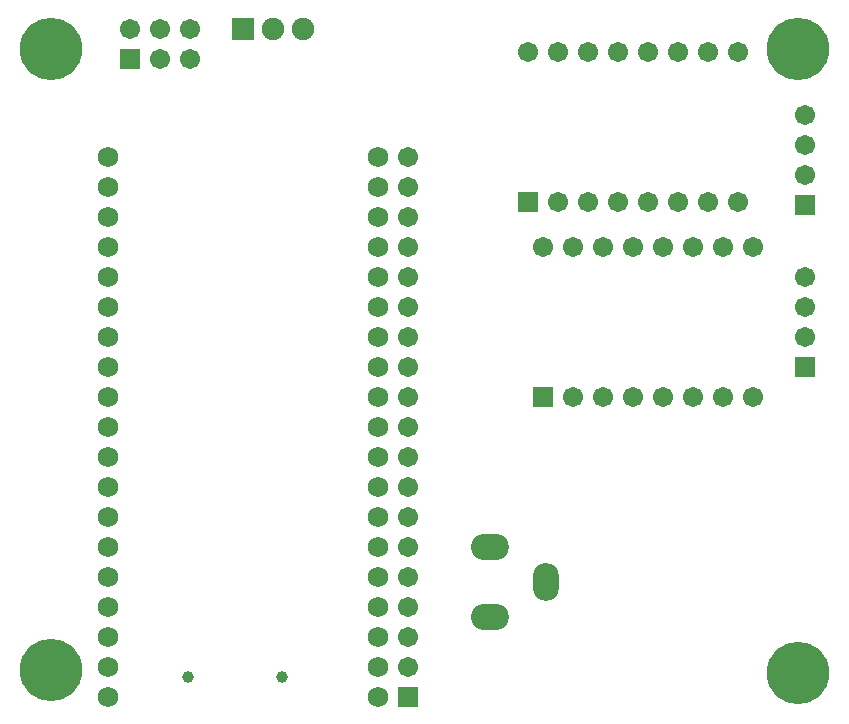
<source format=gbr>
G04 DipTrace 3.3.0.0*
G04 BottomMask.gbr*
%MOIN*%
G04 #@! TF.FileFunction,Soldermask,Bot*
G04 #@! TF.Part,Single*
%ADD51C,0.03937*%
%ADD60C,0.068031*%
%ADD68C,0.208031*%
%ADD80O,0.086772X0.126142*%
%ADD82O,0.126142X0.086772*%
%ADD84C,0.074961*%
%ADD86R,0.074961X0.074961*%
%ADD88C,0.067087*%
%ADD90R,0.067087X0.067087*%
%ADD94C,0.067031*%
%ADD96R,0.067031X0.067031*%
%FSLAX26Y26*%
G04*
G70*
G90*
G75*
G01*
G04 BotMask*
%LPD*%
D96*
X2119016Y2094016D3*
D94*
X2219016D3*
X2319016D3*
X2419016D3*
X2519016D3*
X2619016D3*
X2719016D3*
X2819016D3*
Y2594016D3*
X2719016D3*
X2619016D3*
X2519016D3*
X2419016D3*
X2319016D3*
X2219016D3*
X2119016D3*
D90*
X1719016Y444016D3*
D88*
Y544016D3*
Y644016D3*
Y744016D3*
Y844016D3*
Y944016D3*
Y1044016D3*
Y1144016D3*
Y1244016D3*
Y1344016D3*
Y1444016D3*
Y1544016D3*
Y1644016D3*
Y1744016D3*
Y1844016D3*
Y1944016D3*
Y2044016D3*
Y2144016D3*
Y2244016D3*
D90*
X3044016Y2081516D3*
D88*
Y2181516D3*
Y2281516D3*
Y2381516D3*
D90*
X794016Y2569016D3*
D88*
Y2669016D3*
X894016Y2569016D3*
Y2669016D3*
X994016Y2569016D3*
Y2669016D3*
D96*
X2169016Y1444016D3*
D94*
X2269016D3*
X2369016D3*
X2469016D3*
X2569016D3*
X2669016D3*
X2769016D3*
X2869016D3*
Y1944016D3*
X2769016D3*
X2669016D3*
X2569016D3*
X2469016D3*
X2369016D3*
X2269016D3*
X2169016D3*
D86*
X1169016Y2669016D3*
D84*
X1269016D3*
X1369016D3*
D82*
X1994016Y944016D3*
Y707795D3*
D80*
X2179055Y825906D3*
D51*
X985882Y509913D3*
X1300843D3*
D68*
X531811Y531811D3*
X531816Y2604016D3*
X3020016Y524016D3*
Y2604016D3*
D90*
X3044016Y1544016D3*
D88*
Y1644016D3*
Y1744016D3*
Y1844016D3*
D60*
X719016Y444016D3*
Y544016D3*
Y644016D3*
Y744016D3*
Y844016D3*
Y944016D3*
Y1044016D3*
Y1144016D3*
Y1244016D3*
Y1344016D3*
Y1444016D3*
Y1544016D3*
Y1644016D3*
Y1744016D3*
Y1844016D3*
Y1944016D3*
Y2044016D3*
Y2144016D3*
Y2244016D3*
X1619016Y444016D3*
Y544016D3*
Y644016D3*
Y744016D3*
Y844016D3*
Y944016D3*
Y1044016D3*
Y1144016D3*
Y1244016D3*
Y1344016D3*
Y1444016D3*
Y1544016D3*
Y1644016D3*
Y1744016D3*
Y1844016D3*
Y1944016D3*
Y2044016D3*
Y2144016D3*
Y2244016D3*
M02*

</source>
